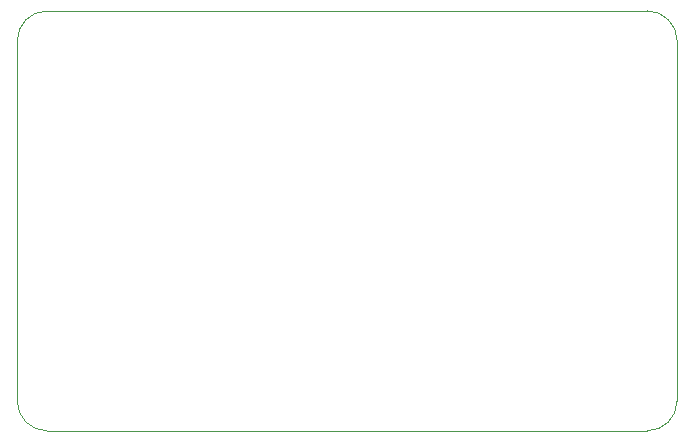
<source format=gbr>
%TF.GenerationSoftware,KiCad,Pcbnew,(6.0.11)*%
%TF.CreationDate,2023-02-13T21:25:59+05:30*%
%TF.ProjectId,1,312e6b69-6361-4645-9f70-636258585858,rev?*%
%TF.SameCoordinates,Original*%
%TF.FileFunction,Profile,NP*%
%FSLAX46Y46*%
G04 Gerber Fmt 4.6, Leading zero omitted, Abs format (unit mm)*
G04 Created by KiCad (PCBNEW (6.0.11)) date 2023-02-13 21:25:59*
%MOMM*%
%LPD*%
G01*
G04 APERTURE LIST*
%TA.AperFunction,Profile*%
%ADD10C,0.100000*%
%TD*%
G04 APERTURE END LIST*
D10*
X185420000Y-68580000D02*
X134620000Y-68580000D01*
X185420000Y-104140000D02*
G75*
G03*
X187960000Y-101600000I0J2540000D01*
G01*
X134620000Y-68580000D02*
G75*
G03*
X132080000Y-71120000I0J-2540000D01*
G01*
X132080000Y-101600000D02*
G75*
G03*
X134620000Y-104140000I2540000J0D01*
G01*
X187960000Y-71120000D02*
G75*
G03*
X185420000Y-68580000I-2540000J0D01*
G01*
X187960000Y-101600000D02*
X187960000Y-71120000D01*
X132080000Y-71120000D02*
X132080000Y-101600000D01*
X134620000Y-104140000D02*
X185420000Y-104140000D01*
M02*

</source>
